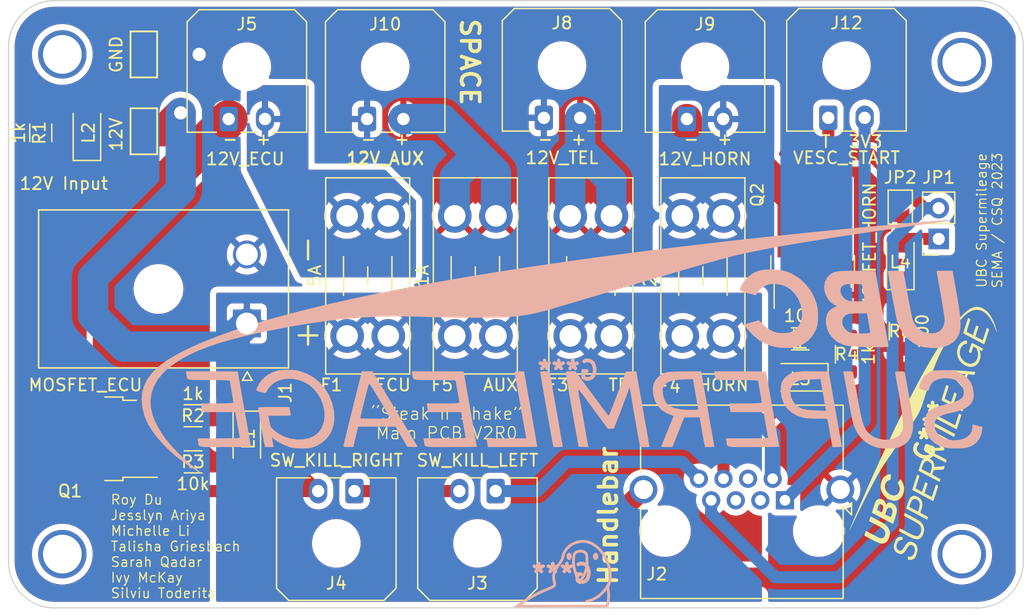
<source format=kicad_pcb>
(kicad_pcb (version 20211014) (generator pcbnew)
  (layers (0 "F.Cu" signal) (31 "B.Cu" signal) (34 "B.Paste" user) (35 "F.Paste" user) (36 "B.SilkS" user "B.Silkscreen") (37 "F.SilkS" user "F.Silkscreen") (38 "B.Mask" user) (39 "F.Mask" user) (44 "Edge.Cuts" user))
  (net 0 "")
  (net 1 "GND")
  (net 2 "+12V")
  (net 3 "/Starter_out")
  (net 4 "Net-(F3-Pad1)")
  (net 5 "Net-(F4-Pad1)")
  (net 6 "Net-(F5-Pad1)")
  (net 7 "Net-(J3-Pad2)")
  (net 8 "Net-(J5-Pad1)")
  (net 11 "Net-(F1-Pad1)")
  (net 12 "Net-(J4-Pad2)")
  (net 14 "Net-(J9-Pad1)")
  (net 15 "/Horn")
  (net 16 "Net-(L1-Pad1)")
  (net 17 "Net-(L2-Pad1)")
  (net 18 "Net-(L3-Pad1)")
  (net 19 "Net-(L4-Pad1)")
  (net 20 "/Starter_in")
  (net 21 "/Kill")
  (net 22 "Net-(L4-Pad2)")
  (footprint "MountingHole:MountingHole_3.2mm_M3" (layer "F.Cu") (at 46.101 104.14)
    (fp_text reference "H1" hide)
    (fp_text value "MountingHole")
    (pad "1" thru_hole circle locked (at 0 0) (size 4 4) (drill 3.2) (layers *.Cu *.Mask))
  )
  (footprint "MountingHole:MountingHole_3.2mm_M3" (layer "F.Cu") (at 46.101 145.415)
    (fp_text reference "H2" hide)
    (fp_text value "MountingHole")
    (pad "1" thru_hole circle locked (at 0 0) (size 4 4) (drill 3.2) (layers *.Cu *.Mask))
  )
  (footprint "TestPoint:TestPoint_Keystone_5015_Micro-Minature" (layer "F.Cu") (at 52.832 110.49 90)
    (fp_text reference "TP1" hide)
    (fp_text value "12V" (at -0.254 -2.286 90) (layer "F.SilkS"))
    (pad "1" smd rect locked (at 0 0 90) (size 3.4 1.8) (layers "F.Cu" "F.Paste" "F.Mask") (net 2 "+12V"))
  )
  (footprint "TestPoint:TestPoint_Keystone_5015_Micro-Minature" (layer "F.Cu") (at 52.832 104.14 90)
    (fp_text reference "TP2" hide)
    (fp_text value "GND" (at 0 -2.286 90) (layer "F.SilkS"))
    (pad "1" smd rect locked (at 0 0 90) (size 3.4 1.8) (layers "F.Cu" "F.Paste" "F.Mask") (net 1 "GND"))
  )
  (footprint "LED_SMD:LED_1206_3216Metric" (layer "F.Cu") (at 61.341 135.89 -90)
    (fp_text reference "L1" (at 0 -0.127 90) (layer "F.SilkS"))
    (fp_text value "GREEN")
    (pad "1" smd roundrect locked (at -1.4 0 270) (size 1.25 1.75) (layers "F.Cu" "F.Paste" "F.Mask") (roundrect_rratio 0.2) (net 16 "Net-(L1-Pad1)"))
    (pad "2" smd roundrect locked (at 1.4 0 270) (size 1.25 1.75) (layers "F.Cu" "F.Paste" "F.Mask") (roundrect_rratio 0.2) (net 12 "Net-(J4-Pad2)"))
  )
  (footprint "LED_SMD:LED_1206_3216Metric" (layer "F.Cu") (at 107.061 130.81 180)
    (fp_text reference "L3" (at 0 -0.127) (layer "F.SilkS"))
    (fp_text value "GREEN")
    (pad "1" smd roundrect locked (at -1.4 0 180) (size 1.25 1.75) (layers "F.Cu" "F.Paste" "F.Mask") (roundrect_rratio 0.2) (net 18 "Net-(L3-Pad1)"))
    (pad "2" smd roundrect locked (at 1.4 0 180) (size 1.25 1.75) (layers "F.Cu" "F.Paste" "F.Mask") (roundrect_rratio 0.2) (net 15 "/Horn"))
  )
  (footprint "Fuse:Fuseholder_Blade_Mini_Keystone_3568" (layer "F.Cu") (at 73.025 117.475 -90)
    (fp_text reference "F1" (at 13.97 4.699 180) (layer "F.SilkS"))
    (fp_text value "5A" (at 4.96 6.07 90) (layer "F.SilkS"))
    (pad "1" thru_hole circle locked (at 0 0 270) (size 2.78 2.78) (drill 1.78) (layers *.Cu *.Mask) (net 11 "Net-(F1-Pad1)"))
    (pad "1" thru_hole circle locked (at 0 3.4 270) (size 2.78 2.78) (drill 1.78) (layers *.Cu *.Mask) (net 11 "Net-(F1-Pad1)"))
    (pad "2" thru_hole circle locked (at 9.92 3.4 270) (size 2.78 2.78) (drill 1.78) (layers *.Cu *.Mask) (net 2 "+12V"))
    (pad "2" thru_hole circle locked (at 9.92 0 270) (size 2.78 2.78) (drill 1.78) (layers *.Cu *.Mask) (net 2 "+12V"))
  )
  (footprint "Fuse:Fuseholder_Blade_Mini_Keystone_3568" (layer "F.Cu") (at 100.711 117.475 -90)
    (fp_text reference "F4" (at 14.097 4.445 180) (layer "F.SilkS"))
    (fp_text value "2A" (at 4.96 6.07 90) (layer "F.SilkS"))
    (pad "1" thru_hole circle locked (at 0 0 270) (size 2.78 2.78) (drill 1.78) (layers *.Cu *.Mask) (net 5 "Net-(F4-Pad1)"))
    (pad "1" thru_hole circle locked (at 0 3.4 270) (size 2.78 2.78) (drill 1.78) (layers *.Cu *.Mask) (net 5 "Net-(F4-Pad1)"))
    (pad "2" thru_hole circle locked (at 9.92 0 270) (size 2.78 2.78) (drill 1.78) (layers *.Cu *.Mask) (net 2 "+12V"))
    (pad "2" thru_hole circle locked (at 9.92 3.4 270) (size 2.78 2.78) (drill 1.78) (layers *.Cu *.Mask) (net 2 "+12V"))
  )
  (footprint "MountingHole:MountingHole_3.2mm_M3" (layer "F.Cu") (at 120.396 104.775)
    (fp_text reference "H3" hide)
    (fp_text value "MountingHole")
    (pad "1" thru_hole circle locked (at 0 0) (size 4 4) (drill 3.2) (layers *.Cu *.Mask))
  )
  (footprint "MountingHole:MountingHole_3.2mm_M3" (layer "F.Cu") (at 120.396 145.415)
    (fp_text reference "H4" hide)
    (fp_text value "MountingHole")
    (pad "1" thru_hole circle locked (at 0 0) (size 4 4) (drill 3.2) (layers *.Cu *.Mask))
  )
  (footprint "Connector_Molex:Molex_Micro-Fit_3.0_43650-0200_1x02_P3.00mm_Horizontal" (layer "F.Cu") (at 81.891 140.208 180)
    (fp_text reference "J3" (at 1.5 -7.62) (layer "F.SilkS"))
    (fp_text value "SW_KILL_LEFT" (at 1.5 2.54) (layer "F.SilkS"))
    (pad "" np_thru_hole circle locked (at 1.5 -4.32 180) (size 3 3) (drill 3) (layers *.Cu *.Mask))
    (pad "1" thru_hole roundrect locked (at 0 0 180) (size 1.5 2.02) (drill 1.02) (layers *.Cu *.Mask) (roundrect_rratio 0.1666666667) (net 21 "/Kill"))
    (pad "2" thru_hole oval locked (at 3 0 180) (size 1.5 2.02) (drill 1.02) (layers *.Cu *.Mask) (net 7 "Net-(J3-Pad2)"))
  )
  (footprint "Connector_Molex:Molex_Micro-Fit_3.0_43650-0200_1x02_P3.00mm_Horizontal" (layer "F.Cu") (at 70.231 140.208 180)
    (fp_text reference "J4" (at 1.5 -7.62) (layer "F.SilkS"))
    (fp_text value "SW_KILL_RIGHT" (at 1.5 2.54) (layer "F.SilkS"))
    (pad "" np_thru_hole circle locked (at 1.5 -4.32 180) (size 3 3) (drill 3) (layers *.Cu *.Mask))
    (pad "1" thru_hole roundrect locked (at 0 0 180) (size 1.5 2.02) (drill 1.02) (layers *.Cu *.Mask) (roundrect_rratio 0.1666666667) (net 7 "Net-(J3-Pad2)"))
    (pad "2" thru_hole oval locked (at 3 0 180) (size 1.5 2.02) (drill 1.02) (layers *.Cu *.Mask) (net 12 "Net-(J4-Pad2)"))
  )
  (footprint "Connector_Molex:Molex_Micro-Fit_3.0_43650-0200_1x02_P3.00mm_Horizontal" (layer "F.Cu") (at 59.841 109.476)
    (fp_text reference "J5" (at 1.5 -7.834) (layer "F.SilkS"))
    (fp_text value "12V_ECU" (at 1.373 3.3) (layer "F.SilkS"))
    (pad "" np_thru_hole circle locked (at 1.5 -4.32) (size 3 3) (drill 3) (layers *.Cu *.Mask))
    (pad "1" thru_hole roundrect locked (at 0 0) (size 1.5 2.02) (drill 1.02) (layers *.Cu *.Mask) (roundrect_rratio 0.1666666667) (net 8 "Net-(J5-Pad1)"))
    (pad "2" thru_hole oval locked (at 3 0) (size 1.5 2.02) (drill 1.02) (layers *.Cu *.Mask) (net 11 "Net-(F1-Pad1)"))
  )
  (footprint "Connector_Molex:Molex_Micro-Fit_3.0_43650-0200_1x02_P3.00mm_Horizontal" (layer "F.Cu") (at 97.687 109.476)
    (fp_text reference "J9" (at 1.5 -7.834) (layer "F.SilkS"))
    (fp_text value "12V_HORN" (at 1.5 3.3) (layer "F.SilkS"))
    (pad "" np_thru_hole circle locked (at 1.5 -4.32) (size 3 3) (drill 3) (layers *.Cu *.Mask))
    (pad "1" thru_hole roundrect locked (at 0 0) (size 1.5 2.02) (drill 1.02) (layers *.Cu *.Mask) (roundrect_rratio 0.1666666667) (net 14 "Net-(J9-Pad1)"))
    (pad "2" thru_hole oval locked (at 3 0) (size 1.5 2.02) (drill 1.02) (layers *.Cu *.Mask) (net 5 "Net-(F4-Pad1)"))
  )
  (footprint "Connector_Molex:Molex_Micro-Fit_3.0_43650-0200_1x02_P3.00mm_Horizontal" (layer "F.Cu") (at 85.876 109.38)
    (fp_text reference "J8" (at 1.5 -7.834) (layer "F.SilkS"))
    (fp_text value "12V_TEL" (at 1.5 3.3) (layer "F.SilkS"))
    (pad "" np_thru_hole circle locked (at 1.5 -4.32) (size 3 3) (drill 3) (layers *.Cu *.Mask))
    (pad "1" thru_hole roundrect locked (at 0 0) (size 1.5 2.02) (drill 1.02) (layers *.Cu *.Mask) (roundrect_rratio 0.1666666667) (net 1 "GND"))
    (pad "2" thru_hole oval locked (at 3 0) (size 1.5 2.02) (drill 1.02) (layers *.Cu *.Mask) (net 4 "Net-(F3-Pad1)"))
  )
  (footprint "Connector_Molex:Molex_Micro-Fit_3.0_43650-0200_1x02_P3.00mm_Horizontal" (layer "F.Cu") (at 109.371 109.38)
    (fp_text reference "J12" (at 1.5 -7.834) (layer "F.SilkS"))
    (fp_text value "VESC_START" (at 1.5 3.3) (layer "F.SilkS"))
    (pad "" np_thru_hole circle locked (at 1.5 -4.32) (size 3 3) (drill 3) (layers *.Cu *.Mask))
    (pad "1" thru_hole roundrect locked (at 0 0) (size 1.5 2.02) (drill 1.02) (layers *.Cu *.Mask) (roundrect_rratio 0.1666666667) (net 20 "/Starter_in"))
    (pad "2" thru_hole oval locked (at 3 0) (size 1.5 2.02) (drill 1.02) (layers *.Cu *.Mask) (net 3 "/Starter_out"))
  )
  (footprint "Package_TO_SOT_SMD:TO-252-3_TabPin2" (layer "F.Cu") (at 48.641 135.89 180)
    (fp_text reference "Q1" (at 1.905 -4.318) (layer "F.SilkS"))
    (fp_text value "MOSFET_ECU" (at 0.635 4.445) (layer "F.SilkS"))
    (pad "1" smd rect locked (at -4.2 -2.28 180) (size 2.2 1.2) (layers "F.Cu" "F.Paste" "F.Mask") (net 12 "Net-(J4-Pad2)"))
    (pad "2" smd rect locked (at 2.1 0 180) (size 6.4 5.8) (layers "F.Cu" "F.Mask") (net 8 "Net-(J5-Pad1)"))
    (pad "2" smd rect locked (at -4.2 0 180) (size 2.2 1.2) (layers "F.Cu" "F.Paste" "F.Mask") (net 8 "Net-(J5-Pad1)"))
    (pad "3" smd rect locked (at -4.2 2.28 180) (size 2.2 1.2) (layers "F.Cu" "F.Paste" "F.Mask") (net 1 "GND"))
  )
  (footprint "Package_TO_SOT_SMD:TO-252-3_TabPin2" (layer "F.Cu") (at 108.076 119.805 90)
    (fp_text reference "Q2" (at 4.064 -4.572 90) (layer "F.SilkS"))
    (fp_text value "MOSFET_HORN" (at -0.21 4.7 90) (layer "F.SilkS"))
    (pad "1" smd rect locked (at -4.2 -2.28 90) (size 2.2 1.2) (layers "F.Cu" "F.Paste" "F.Mask") (net 15 "/Horn"))
    (pad "2" smd rect locked (at -4.2 0 90) (size 2.2 1.2) (layers "F.Cu" "F.Paste" "F.Mask") (net 14 "Net-(J9-Pad1)"))
    (pad "2" smd rect locked (at 2.1 0 90) (size 6.4 5.8) (layers "F.Cu" "F.Mask") (net 14 "Net-(J9-Pad1)"))
    (pad "3" smd rect locked (at -4.2 2.28 90) (size 2.2 1.2) (layers "F.Cu" "F.Paste" "F.Mask") (net 1 "GND"))
  )
  (footprint "Resistor_SMD:R_1206_3216Metric" (layer "F.Cu") (at 56.896 133.985 180)
    (fp_text reference "R2" (at 0 0) (layer "F.SilkS"))
    (fp_text value "1k" (at 0 1.82) (layer "F.SilkS"))
    (pad "1" smd roundrect locked (at -1.4625 0 180) (size 1.125 1.75) (layers "F.Cu" "F.Paste" "F.Mask") (roundrect_rratio 0.2222213333) (net 16 "Net-(L1-Pad1)"))
    (pad "2" smd roundrect locked (at 1.4625 0 180) (size 1.125 1.75) (layers "F.Cu" "F.Paste" "F.Mask") (roundrect_rratio 0.2222213333) (net 1 "GND"))
  )
  (footprint "Resistor_SMD:R_1206_3216Metric" (layer "F.Cu") (at 56.896 137.795)
    (fp_text reference "R3" (at 0 0) (layer "F.SilkS"))
    (fp_text value "10k" (at 0 1.82) (layer "F.SilkS"))
    (pad "1" smd roundrect locked (at -1.4625 0) (size 1.125 1.75) (layers "F.Cu" "F.Paste" "F.Mask") (roundrect_rratio 0.2222213333) (net 12 "Net-(J4-Pad2)"))
    (pad "2" smd roundrect locked (at 1.4625 0) (size 1.125 1.75) (layers "F.Cu" "F.Paste" "F.Mask") (roundrect_rratio 0.2222213333) (net 1 "GND"))
  )
  (footprint "Resistor_SMD:R_1206_3216Metric" (layer "F.Cu") (at 110.871 128.905 90)
    (fp_text reference "R4" (at 0 0 180) (layer "F.SilkS"))
    (fp_text value "1k" (at 0 1.82 90) (layer "F.SilkS"))
    (pad "1" smd roundrect locked (at -1.4625 0 90) (size 1.125 1.75) (layers "F.Cu" "F.Paste" "F.Mask") (roundrect_rratio 0.2222213333) (net 18 "Net-(L3-Pad1)"))
    (pad "2" smd roundrect locked (at 1.4625 0 90) (size 1.125 1.75) (layers "F.Cu" "F.Paste" "F.Mask") (roundrect_rratio 0.2222213333) (net 1 "GND"))
  )
  (footprint "Resistor_SMD:R_1206_3216Metric" (layer "F.Cu") (at 107.061 127.635)
    (fp_text reference "R5" (at 0 0 90) (layer "F.SilkS"))
    (fp_text value "10k" (at 0 -1.905) (layer "F.SilkS"))
    (pad "1" smd roundrect locked (at -1.4625 0) (size 1.125 1.75) (layers "F.Cu" "F.Paste" "F.Mask") (roundrect_rratio 0.2222213333) (net 15 "/Horn"))
    (pad "2" smd roundrect locked (at 1.4625 0) (size 1.125 1.75) (layers "F.Cu" "F.Paste" "F.Mask") (roundrect_rratio 0.2222213333) (net 1 "GND"))
  )
  (footprint "Fuse:Fuseholder_Blade_Mini_Keystone_3568" (layer "F.Cu") (at 91.456769 117.475 -90)
    (fp_text reference "F3" (at 13.97 4.445 180) (layer "F.SilkS"))
    (fp_text value "1A" (at 4.96 6.07 90) (layer "F.SilkS"))
    (pad "1" thru_hole circle locked (at 0 0 270) (size 2.78 2.78) (drill 1.78) (layers *.Cu *.Mask) (net 4 "Net-(F3-Pad1)"))
    (pad "1" thru_hole circle locked (at 0 3.4 270) (size 2.78 2.78) (drill 1.78) (layers *.Cu *.Mask) (net 4 "Net-(F3-Pad1)"))
    (pad "2" thru_hole circle locked (at 9.92 3.4 270) (size 2.78 2.78) (drill 1.78) (layers *.Cu *.Mask) (net 2 "+12V"))
    (pad "2" thru_hole circle locked (at 9.92 0 270) (size 2.78 2.78) (drill 1.78) (layers *.Cu *.Mask) (net 2 "+12V"))
  )
  (footprint "LED_SMD:LED_1206_3216Metric" (layer "F.Cu") (at 115.316 121.285 90)
    (fp_text reference "L4" (at 0 0 180) (layer "F.SilkS"))
    (fp_text value "GREEN")
    (pad "1" smd roundrect locked (at -1.4 0 90) (size 1.25 1.75) (layers "F.Cu" "F.Paste" "F.Mask") (roundrect_rratio 0.2) (net 19 "Net-(L4-Pad1)"))
    (pad "2" smd roundrect locked (at 1.4 0 90) (size 1.25 1.75) (layers "F.Cu" "F.Paste" "F.Mask") (roundrect_rratio 0.2) (net 22 "Net-(L4-Pad2)"))
  )
  (footprint "Resistor_SMD:R_1206_3216Metric" (layer "F.Cu") (at 115.316 127 90)
    (fp_text reference "R6" (at 0 0 180) (layer "F.SilkS"))
    (fp_text value "100" (at 0 1.82 90) (layer "F.SilkS"))
    (pad "1" smd roundrect locked (at -1.4625 0 90) (size 1.125 1.75) (layers "F.Cu" "F.Paste" "F.Mask") (roundrect_rratio 0.2222213333) (net 1 "GND"))
    (pad "2" smd roundrect locked (at 1.4625 0 90) (size 1.125 1.75) (layers "F.Cu" "F.Paste" "F.Mask") (roundrect_rratio 0.2222213333) (net 19 "Net-(L4-Pad1)"))
  )
  (footprint "Fuse:Fuseholder_Blade_Mini_Keystone_3568" (layer "F.Cu") (at 81.915 117.475 -90)
    (fp_text reference "F5" (at 13.97 4.445 180) (layer "F.SilkS"))
    (fp_text value "1A" (at 4.96 6.07 90) (layer "F.SilkS"))
    (pad "1" thru_hole circle locked (at 0 0 270) (size 2.78 2.78) (drill 1.78) (layers *.Cu *.Mask) (net 6 "Net-(F5-Pad1)"))
    (pad "1" thru_hole circle locked (at 0 3.4 270) (size 2.78 2.78) (drill 1.78) (layers *.Cu *.Mask) (net 6 "Net-(F5-Pad1)"))
    (pad "2" thru_hole circle locked (at 9.92 3.4 270) (size 2.78 2.78) (drill 1.78) (layers *.Cu *.Mask) (net 2 "+12V"))
    (pad "2" thru_hole circle locked (at 9.92 0 270) (size 2.78 2.78) (drill 1.78) (layers *.Cu *.Mask) (net 2 "+12V"))
  )
  (footprint "Footprint Library:MOLEX_2002411212" (layer "F.Cu") (at 61.341 126.365 -90)
    (fp_text reference "J1" (at 5.715 -3.175 90) (layer "F.SilkS"))
    (fp_text value "12V_IN")
    (pad "" np_thru_hole circle locked (at -2.85 7.3 270) (size 3.1 3.1) (drill 3.1) (layers *.Cu *.Mask))
    (pad "1" thru_hole rect locked (at 0 0 270) (size 2.3 2.3) (drill 1.8) (layers *.Cu) (net 2 "+12V"))
    (pad "2" thru_hole circle locked (at -5.7 0 270) (size 2.3 2.3) (drill 1.8) (layers *.Cu) (net 1 "GND"))
  )
  (footprint "Connector_Molex:Molex_Micro-Fit_3.0_43650-0200_1x02_P3.00mm_Horizontal" (layer "F.Cu") (at 71.271 109.476)
    (fp_text reference "J10" (at 1.5 -7.834) (layer "F.SilkS"))
    (fp_text value "12V_AUX" (at 1.5 3.22) (layer "F.SilkS"))
    (pad "" np_thru_hole circle locked (at 1.5 -4.32) (size 3 3) (drill 3) (layers *.Cu *.Mask))
    (pad "1" thru_hole roundrect locked (at 0 0) (size 1.5 2.02) (drill 1.02) (layers *.Cu *.Mask) (roundrect_rratio 0.1666666667) (net 1 "GND"))
    (pad "2" thru_hole oval locked (at 3 0) (size 1.5 2.02) (drill 1.02) (layers *.Cu *.Mask) (net 6 "Net-(F5-Pad1)"))
  )
  (footprint "LED_SMD:LED_1206_3216Metric" (layer "F.Cu") (at 48.133 110.617 90)
    (fp_text reference "L2" (at 0 0.127 90) (layer "F.SilkS"))
    (fp_text value "RED")
    (pad "1" smd roundrect locked (at -1.4 0 90) (size 1.25 1.75) (layers "F.Cu" "F.Paste" "F.Mask") (roundrect_rratio 0.2) (net 17 "Net-(L2-Pad1)"))
    (pad "2" smd roundrect locked (at 1.4 0 90) (size 1.25 1.75) (layers "F.Cu" "F.Paste" "F.Mask") (roundrect_rratio 0.2) (net 2 "+12V"))
  )
  (footprint "Resistor_SMD:R_1206_3216Metric" (layer "F.Cu") (at 44.323 110.617 -90)
    (fp_text reference "R1" (at 0 0.127 90) (layer "F.SilkS"))
    (fp_text value "1k" (at 0 1.82 90) (layer "F.SilkS"))
    (pad "1" smd roundrect locked (at -1.4625 0 270) (size 1.125 1.75) (layers "F.Cu" "F.Paste" "F.Mask") (roundrect_rratio 0.2222213333) (net 1 "GND"))
    (pad "2" smd roundrect locked (at 1.4625 0 270) (size 1.125 1.75) (layers "F.Cu" "F.Paste" "F.Mask") (roundrect_rratio 0.2222213333) (net 17 "Net-(L2-Pad1)"))
  )
  (footprint "Connector_RJ:RJ45_Amphenol_RJHSE5380" (layer "F.Cu") (at 105.791 140.97 180)
    (fp_text reference "J2" (at 10.582236 -6.096407) (layer "F.SilkS"))
    (fp_text value "Ethernet connector")
    (pad "" np_thru_hole circle (at -2.79 -2.54 180) (size 3.25 3.25) (drill 3.25) (layers *.Cu *.Mask))
    (pad "" np_thru_hole circle (at 9.91 -2.54 180) (size 3.25 3.25) (drill 3.25) (layers *.Cu *.Mask))
    (pad "1" thru_hole rect (at 0 0 180) (size 1.5 1.5) (drill 0.89) (layers *.Cu *.Mask) (net 3 "/Starter_out"))
    (pad "2" thru_hole circle (at 1.016 1.78 180) (size 1.5 1.5) (drill 0.89) (layers *.Cu *.Mask) (net 2 "+12V"))
    (pad "3" thru_hole circle (at 2.032 0 180) (size 1.5 1.5) (drill 0.89) (layers *.Cu *.Mask))
    (pad "4" thru_hole circle (at 3.048 1.78 180) (size 1.5 1.5) (drill 0.89) (layers *.Cu *.Mask))
    (pad "5" thru_hole circle (at 4.064 0 180) (size 1.5 1.5) (drill 0.89) (layers *.Cu *.Mask))
    (pad "6" thru_hole circle (at 5.08 1.78 180) (size 1.5 1.5) (drill 0.89) (layers *.Cu *.Mask) (net 15 "/Horn"))
    (pad "7" thru_hole circle (at 6.096 0 180) (size 1.5 1.5) (drill 0.89) (layers *.Cu *.Mask) (net 20 "/Starter_in"))
    (pad "8" thru_hole circle (at 7.112 1.78 180) (size 1.5 1.5) (drill 0.89) (layers *.Cu *.Mask) (net 21 "/Kill"))
    (pad "SH" thru_hole circle (at -4.57 0.89 180) (size 2.3 2.3) (drill 1.57) (layers *.Cu *.Mask) (net 1 "GND"))
    (pad "SH" thru_hole circle (at 11.69 0.89 180) (size 2.3 2.3) (drill 1.57) (layers *.Cu *.Mask) (net 1 "GND"))
  )
  (footprint "Jumper:SolderJumper-2_P1.3mm_Open_TrianglePad1.0x1.5mm" (layer "F.Cu") (at 115.316 116.75 -90)
    (fp_text reference "JP2" (at -2.45 0 180) (layer "F.SilkS"))
    (fp_text value "SolderJumper_2_Open")
    (pad "1" smd custom (at -0.725 0 270) (size 0.3 0.3) (layers "F.Cu" "F.Mask") (net 20 "/Starter_in") (options (clearance outline) (anchor rect)) (primitives (gr_poly (pts (xy 1 0) (xy 0.5 0.75) (xy -0.5 0.75) (xy -0.5 -0.75) (xy 0.5 -0.75)) (width 0) (fill yes))))
    (pad "2" smd custom (at 0.725 0 270) (size 0.3 0.3) (layers "F.Cu" "F.Mask") (net 22 "Net-(L4-Pad2)") (options (clearance outline) (anchor rect)) (primitives (gr_poly (pts (xy 0.5 0.75) (xy -0.65 0.75) (xy -0.15 0) (xy -0.65 -0.75) (xy 0.5 -0.75)) (width 0) (fill yes))))
  )
  (footprint "Connector_PinSocket_2.54mm:PinSocket_1x02_P2.54mm_Vertical" (layer "F.Cu") (at 118.491 119.38 180)
    (fp_text reference "JP1" (at 0 5.08) (layer "F.SilkS"))
    (fp_text value "Jumper_2_Open")
    (pad "1" thru_hole rect (at 0 0 180) (size 1.7 1.7) (drill 1) (layers *.Cu *.Mask) (net 22 "Net-(L4-Pad2)"))
    (pad "2" thru_hole oval (at 0 2.54 180) (size 1.7 1.7) (drill 1) (layers *.Cu *.Mask) (net 20 "/Starter_in"))
  )
  (footprint "LOGO" (layer "F.Cu") (at 117.856 135.255 72)
    (fp_text reference "G***" (at 0 0 72) (layer "F.SilkS") (effects (font (size 1.524 1.524) (thickness 0.3))))
    (fp_text value "LOGO" hide)
  )
  (footprint "LOGO" (layer "B.Cu") (at 87.376 147.029852 180)
    (fp_text reference "G***" (at 0 0) (layer "B.SilkS") (effects (font (size 1.524 1.524) (thickness 0.3)) (justify mirror)))
    (fp_text value "LOGO" hide)
  )
  (footprint "LOGO" (layer "B.Cu") (at 87.859587 130.253708 180)
    (fp_text reference "G***" (at 0 0) (layer "B.SilkS") (effects (font (size 1.524 1.524) (thickness 0.3)) (justify mirror)))
    (fp_text value "LOGO" hide)
  )
  (gr_line (start 41.656 103.505) (end 41.656 146.05) (layer "Edge.Cuts") (width 0.1))
  (gr_line (start 45.466 99.695) (end 121.666 99.695) (layer "Edge.Cuts") (width 0.1))
  (gr_arc (start 121.666 99.695) (mid 124.360077 100.810923) (end 125.476 103.505) (layer "Edge.Cuts") (width 0.1))
  (gr_arc (start 41.656 103.505) (mid 42.771923 100.810923) (end 45.466 99.695) (layer "Edge.Cuts") (width 0.1))
  (gr_line (start 45.466 149.86) (end 121.666 149.86) (layer "Edge.Cuts") (width 0.1))
  (gr_arc (start 125.476 146.05) (mid 124.360077 148.744077) (end 121.666 149.86) (layer "Edge.Cuts") (width 0.1))
  (gr_arc (start 45.466 149.86) (mid 42.771923 148.744077) (end 41.656 146.05) (layer "Edge.Cuts") (width 0.1))
  (gr_line (start 125.476 103.505) (end 125.476 146.05) (layer "Edge.Cuts") (width 0.1))
  (gr_text "“Steak n Shake”\nMain PCB V2R0" (at 77.851 134.62) (layer "F.SilkS") (effects (font (size 1 1) (thickness 0.1))))
  (gr_text "12V_AUX" (at 72.771 112.776) (layer "F.SilkS") (effects (font (size 1 1))))
  (gr_text "-  +" (at 72.771 111.125) (layer "F.SilkS") (effects (font (size 1 1))))
  (gr_text "-  +" (at 61.341 111.125) (layer "F.SilkS") (effects (font (size 1 1))))
  (gr_text "-   +" (at 66.548 123.825 -90) (layer "F.SilkS") (effects (font (size 2 2) (thickness 0.2))))
  (gr_text "T  3V3" (at 111.310901 111.349354) (layer "F.SilkS") (effects (font (size 1 1))))
  (gr_text "Roy Du\nJesslyn Ariya\nMichelle Li\nTalisha Griesbach\nSarah Qadar\nIvy McKay\nSilviu Toderita\n" (at 50.038 144.78) (layer "F.SilkS") (effects (font (size 0.8 0.8) (thickness 0.1)) (justify left)))
  (gr_text "HORN" (at 100.711 131.445) (layer "F.SilkS") (effects (font (size 1 1))))
  (gr_text "SPACE" (at 79.756 104.775 270) (layer "F.SilkS") (effects (font (size 1.5 1.5) (thickness 0.3))))
  (gr_text "-  +" (at 87.376 111.125) (layer "F.SilkS") (effects (font (size 1 1))))
  (gr_text "UBC Supermileage\nSEMA / CSQ 2023" (at 122.682 117.856 90) (layer "F.SilkS") (effects (font (size 0.8 0.8) (thickness 0.1))))
  (gr_text "Handlebar" (at 91.186 142.24 90) (layer "F.SilkS") (effects (font (size 1.5 1.5) (thickness 0.3))))
  (gr_text "AUX" (at 82.296 131.445) (layer "F.SilkS") (effects (font (size 1 1))))
  (gr_text "ECU" (at 73.406 131.445) (layer "F.SilkS") (effects (font (size 1 1))))
  (gr_text "12V Input" (at 46.228 114.808) (layer "F.SilkS") (effects (font (size 1 1))))
  (gr_text "TEL" (at 92.456 131.445) (layer "F.SilkS") (effects (font (size 1 1))))
  (gr_text "-  +" (at 99.441 111.125) (layer "F.SilkS") (effects (font (size 1 1))))
  (segment (start 91.821 142.36) (end 91.821 145.415) (width 1.57) (layer "F.Cu") (net 1))
  (segment (start 58.3585 137.795) (end 58.3585 137.3525) (width 1) (layer "F.Cu") (net 1))
  (segment (start 52.832 104.14) (end 57.404 104.14) (width 2.5) (layer "F.Cu") (net 1))
  (segment (start 94.101 140.08) (end 91.821 142.36) (width 1.57) (layer "F.Cu") (net 1))
  (segment (start 58.3585 137.3525) (end 56.896 135.89) (width 1) (layer "F.Cu") (net 1))
  (segment (start 93.726 147.32) (end 109.601 147.32) (width 1.57) (layer "F.Cu") (net 1))
  (segment (start 91.821 145.415) (end 93.726 147.32) (width 1.57) (layer "F.Cu") (net 1))
  (via (at 57.404 104.14) (size 1.4) (drill 1.1) (layers "F.Cu" "B.Cu") (net 1))
  (segment (start 51.559 109.217) (end 52.832 110.49) (width 0.5) (layer "F.Cu") (net 2))
  (segment (start 48.133 109.217) (end 51.559 109.217) (width 0.5) (layer "F.Cu") (net 2))
  (segment (start 54.356 110.49) (end 55.88 108.966) (width 2.5) (layer "F.Cu") (net 2))
  (segment (start 52.832 110.49) (end 54.356 110.49) (width 2.5) (layer "F.Cu") (net 2))
  (via (at 55.88 108.966) (size 1.4) (drill 1.1) (layers "F.Cu" "B.Cu") (net 2))
  (segment (start 48.641 122.555) (end 48.641 125.73) (width 2.5) (layer "B.Cu") (net 2))
  (segment (start 104.775 135.509) (end 101.981 132.715) (width 1.3) (layer "B.Cu") (net 2))
  (segment (start 55.88 115.316) (end 48.641 122.555) (width 2.5) (layer "B.Cu") (net 2))
  (segment (start 59.436 128.27) (end 61.341 126.365) (width 2.5) (layer "B.Cu") (net 2))
  (segment (start 104.775 139.19) (end 104.775 135.509) (width 1.3) (layer "B.Cu") (net 2))
  (segment (start 55.88 108.966) (end 55.88 115.316) (width 2.5) (layer "B.Cu") (net 2))
  (segment (start 48.641 125.73) (end 51.181 128.27) (width 2.5) (layer "B.Cu") (net 2))
  (segment (start 51.181 128.27) (end 59.436 128.27) (width 2.5) (layer "B.Cu") (net 2))
  (segment (start 112.371 134.39) (end 105.791 140.97) (width 1) (layer "B.Cu") (net 3))
  (segment (start 112.371 109.38) (end 112.371 134.39) (width 1) (layer "B.Cu") (net 3))
  (segment (start 91.456769 114.570769) (end 91.456769 117.475) (width 2.5) (layer "B.Cu") (net 4))
  (segment (start 88.876 111.99) (end 88.056769 112.809231) (width 2.5) (layer "B.Cu") (net 4))
  (segment (start 88.876 109.38) (end 88.876 111.99) (width 2.5) (layer "B.Cu") (net 4))
  (segment (start 88.876 111.99) (end 91.456769 114.570769) (width 2.5) (layer "B.Cu") (net 4))
  (segment (start 88.056769 112.809231) (end 88.056769 117.475) (width 2.5) (layer "B.Cu") (net 4))
  (segment (start 74.271 109.476) (end 77.472 109.476) (width 2.5) (layer "B.Cu") (net 6))
  (segment (start 81.915 113.919) (end 81.915 117.475) (width 2.5) (layer "B.Cu") (net 6))
  (segment (start 78.515 114.271) (end 78.515 117.475) (width 2.5) (layer "B.Cu") (net 6))
  (segment (start 80.391 112.395) (end 78.515 114.271) (width 2.5) (layer "B.Cu") (net 6))
  (segment (start 80.391 112.395) (end 81.915 113.919) (width 2.5) (layer "B.Cu") (net 6))
  (segment (start 77.472 109.476) (end 80.391 112.395) (width 2.5) (layer "B.Cu") (net 6))
  (segment (start 70.231 140.208) (end 78.891 140.208) (width 1) (layer "F.Cu") (net 7))
  (segment (start 46.541 135.89) (end 47.371 135.89) (width 3.14) (layer "F.Cu") (net 8))
  (segment (start 46.541 135.89) (end 52.841 135.89) (width 1.57) (layer "F.Cu") (net 8))
  (segment (start 59.841 109.476) (end 46.541 122.776) (width 3.14) (layer "F.Cu") (net 8))
  (segment (start 46.541 122.776) (end 46.541 135.89) (width 3.14) (layer "F.Cu") (net 8))
  (segment (start 52.841 138.17) (end 54.879 140.208) (width 1) (layer "F.Cu") (net 12))
  (segment (start 54.879 140.208) (end 67.231 140.208) (width 1) (layer "F.Cu") (net 12))
  (segment (start 64.313 137.29) (end 67.231 140.208) (width 1) (layer "F.Cu") (net 12))
  (segment (start 55.0585 138.17) (end 55.4335 137.795) (width 1) (layer "F.Cu") (net 12))
  (segment (start 61.341 137.29) (end 64.313 137.29) (width 1) (layer "F.Cu") (net 12))
  (segment (start 52.841 138.17) (end 55.0585 138.17) (width 1) (layer "F.Cu") (net 12))
  (segment (start 97.687 109.476) (end 97.687 111.911) (width 2.5) (layer "F.Cu") (net 14))
  (segment (start 97.687 111.911) (end 99.441 113.665) (width 2.5) (layer "F.Cu") (net 14))
  (segment (start 99.441 113.665) (end 104.036 113.665) (width 2.5) (layer "F.Cu") (net 14))
  (segment (start 108.076 124.005) (end 108.076 117.705) (width 1) (layer "F.Cu") (net 14))
  (segment (start 108.076 117.705) (end 108.076 116.585) (width 1) (layer "F.Cu") (net 14))
  (segment (start 104.036 113.665) (end 108.076 117.705) (width 2.5) (layer "F.Cu") (net 14))
  (segment (start 105.661 132.845) (end 100.711 137.795) (width 1) (layer "F.Cu") (net 15))
  (segment (start 105.5985 127.635) (end 105.5985 124.2025) (width 1) (layer "F.Cu") (net 15))
  (segment (start 105.796 124.005) (end 105.5985 124.2025) (width 1) (layer "F.Cu") (net 15))
  (segment (start 105.661 127.6975) (end 105.5985 127.635) (width 1) (layer "F.Cu") (net 15))
  (segment (start 105.661 130.81) (end 105.661 127.6975) (width 1) (layer "F.Cu") (net 15))
  (segment (start 100.711 137.795) (end 100.711 139.19) (width 1) (layer "F.Cu") (net 15))
  (segment (start 105.661 130.81) (end 105.661 132.845) (width 1) (layer "F.Cu") (net 15))
  (segment (start 60.836 133.985) (end 61.341 134.49) (width 1) (layer "F.Cu") (net 16))
  (segment (start 58.3585 133.985) (end 60.836 133.985) (width 1) (layer "F.Cu") (net 16))
  (segment (start 48.0705 112.0795) (end 48.133 112.017) (width 0.5) (layer "F.Cu") (net 17))
  (segment (start 44.323 112.0795) (end 48.0705 112.0795) (width 0.5) (layer "F.Cu") (net 17))
  (segment (start 110.4285 130.81) (end 110.871 130.3675) (width 1) (layer "F.Cu") (net 18))
  (segment (start 108.461 130.81) (end 110.4285 130.81) (width 1) (layer "F.Cu") (net 18))
  (segment (start 115.316 122.685) (end 115.316 125.5375) (width 1) (layer "F.Cu") (net 19))
  (segment (start 112.843919 112.395) (end 110.236 112.395) (width 1) (layer "F.Cu") (net 20))
  (segment (start 109.371 111.53) (end 109.371 109.38) (width 1) (layer "F.Cu") (net 20))
  (segment (start 110.236 112.395) (end 109.371 111.53) (width 1) (layer "F.Cu") (net 20))
  (segment (start 117.288919 116.84) (end 112.843919 112.395) (width 1) (layer "F.Cu") (net 20))
  (segment (start 118.491 116.84) (end 117.288919 116.84) (width 1) (layer "F.Cu") (net 20))
  (segment (start 118.491 116.84) (end 117.288919 116.84) (width 1) (layer "B.Cu") (net 20))
  (segment (start 110.236 147.32) (end 104.98434 147.32) (width 1) (layer "B.Cu") (net 20))
  (segment (start 104.98434 147.32) (end 99.695 142.03066) (width 1) (layer "B.Cu") (net 20))
  (segment (start 114.681 119.447919) (end 114.681 142.875) (width 1) (layer "B.Cu") (net 20))
  (segment (start 99.695 142.03066) (end 99.695 140.97) (width 1) (layer "B.Cu") (net 20))
  (segment (start 117.288919 116.84) (end 114.681 119.447919) (width 1) (layer "B.Cu") (net 20))
  (segment (start 114.681 142.875) (end 110.236 147.32) (width 1) (layer "B.Cu") (net 20))
  (segment (start 97.284 137.795) (end 98.679 139.19) (width 1) (layer "B.Cu") (net 21))
  (segment (start 85.344 140.208) (end 81.891 140.208) (width 1) (layer "B.Cu") (net 21))
  (segment (start 87.757 137.795) (end 97.284 137.795) (width 1) (layer "B.Cu") (net 21))
  (segment (start 85.344 140.208) (end 87.757 137.795) (width 1) (layer "B.Cu") (net 21))
  (segment (start 115.316 117.475) (end 115.316 119.885) (width 0.5) (layer "F.Cu") (net 22))
  (segment (start 115.821 119.38) (end 115.316 119.885) (width 1) (layer "F.Cu") (net 22))
  (segment (start 118.491 119.38) (end 115.821 119.38) (width 1) (layer "F.Cu") (net 22))
  (zone (net 11) (net_name "Net-(F1-Pad1)") (layers F&B.Cu) (priority 1) (connect_pads (clearance 0.508)) (min_thickness 0.254) (fill yes (thermal_gap 0.508) (thermal_bridge_width 0.508))
    (polygon (pts (xy 72.771 113.665) (xy 75.311 116.205) (xy 75.311 122.555) (xy 65.786 122.555) (xy 61.341 113.665) (xy 61.341 106.68) (xy 66.421 106.68) (xy 66.421 109.855) (xy 66.421 113.665)))
  )
  (zone (net 6) (net_name "Net-(F5-Pad1)") (layer "F.Cu") (priority 1) (connect_pads (clearance 0.508)) (min_thickness 0.254) (fill yes (thermal_gap 0.508) (thermal_bridge_width 0.508))
    (polygon (pts (xy 84.836 113.03) (xy 84.836 122.555) (xy 75.946 122.555) (xy 75.946 115.57) (xy 71.501 110.49) (xy 71.501 106.68) (xy 79.121 106.68)))
  )
  (zone (net 2) (net_name "+12V") (layers F&B.Cu) (priority 1) (connect_pads (clearance 0.508)) (min_thickness 0.254) (fill yes (thermal_gap 0.508) (thermal_bridge_width 0.508))
    (polygon (pts (xy 103.886 149.86) (xy 58.801 149.86) (xy 58.801 141.605) (xy 58.801 138.43) (xy 58.801 123.825) (xy 103.886 123.825) (xy 103.886 134.62) (xy 103.886 139.065)))
  )
  (zone (net 5) (net_name "Net-(F4-Pad1)") (layers F&B.Cu) (priority 1) (connect_pads (clearance 0.508)) (min_thickness 0.254) (fill yes (thermal_gap 0.508) (thermal_bridge_width 0.508))
    (polygon (pts (xy 104.902 122.555) (xy 95.377 122.555) (xy 95.377 106.68) (xy 104.902 106.68)))
  )
  (zone (net 4) (net_name "Net-(F3-Pad1)") (layer "F.Cu") (priority 1) (connect_pads (clearance 0.508)) (min_thickness 0.254) (fill yes (thermal_gap 0.508) (thermal_bridge_width 0.508))
    (polygon (pts (xy 94.377767 122.553883) (xy 85.487769 122.555) (xy 85.459891 106.67989) (xy 94.349889 106.71172)))
  )
  (zone (net 1) (net_name "GND") (layers F&B.Cu) (connect_pads (clearance 0.508)) (min_thickness 0.254) (fill yes (thermal_gap 0.508) (thermal_bridge_width 0.508))
    (polygon (pts (xy 124.841 149.86) (xy 41.656 149.86) (xy 41.656 99.695) (xy 124.841 99.695)))
  )
)
</source>
